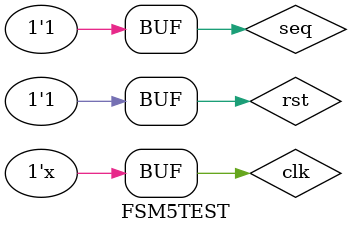
<source format=v>
`timescale 1ns / 1ps


//20L118 HARIHARAN R R

module FSM5TEST;

	// Inputs
	reg seq;
	reg clk;
	reg rst;

	// Outputs
	wire dout;

	// Instantiate the Unit Under Test (UUT)
	FSM5 uut (
		.seq(seq), 
		.clk(clk), 
		.rst(rst), 
		.dout(dout)
	);

	initial begin
		// Initialize Inputs
		seq = 0;
		clk = 1;
		rst = 0;
		end
    always #100 clk=~clk;
	 initial begin
		// Wait 100 ns for global reset to finish
		#10 rst=1'b0;seq=2'b00;
		#10 rst=1'b0;seq=2'b11;
      #10 rst=1'b1;seq=2'b01;
		#20 rst=1'b1;seq=2'b10;
      #20 rst=1'b0;seq=2'b10;
		#20 rst=1'b1;seq=2'b11;
        
		// Add stimulus here

	end
      
endmodule


</source>
